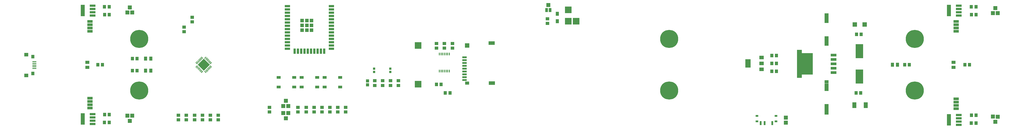
<source format=gtp>
G04 Layer_Color=8421504*
%FSLAX24Y24*%
%MOIN*%
G70*
G01*
G75*
%ADD10R,0.0591X0.0591*%
%ADD11R,0.0591X0.0472*%
%ADD12C,0.2756*%
%ADD13P,0.1810X4X90.0*%
G04:AMPARAMS|DCode=14|XSize=9.8mil|YSize=35.4mil|CornerRadius=0mil|HoleSize=0mil|Usage=FLASHONLY|Rotation=45.000|XOffset=0mil|YOffset=0mil|HoleType=Round|Shape=Rectangle|*
%AMROTATEDRECTD14*
4,1,4,0.0090,-0.0160,-0.0160,0.0090,-0.0090,0.0160,0.0160,-0.0090,0.0090,-0.0160,0.0*
%
%ADD14ROTATEDRECTD14*%

G04:AMPARAMS|DCode=15|XSize=9.8mil|YSize=35.4mil|CornerRadius=0mil|HoleSize=0mil|Usage=FLASHONLY|Rotation=135.000|XOffset=0mil|YOffset=0mil|HoleType=Round|Shape=Rectangle|*
%AMROTATEDRECTD15*
4,1,4,0.0160,0.0090,-0.0090,-0.0160,-0.0160,-0.0090,0.0090,0.0160,0.0160,0.0090,0.0*
%
%ADD15ROTATEDRECTD15*%

%ADD16R,0.0571X0.0453*%
%ADD17R,0.0591X0.0551*%
%ADD18R,0.0472X0.0551*%
%ADD19R,0.0630X0.0157*%
%ADD20R,0.0709X0.0315*%
%ADD21R,0.0669X0.0709*%
%ADD22R,0.0591X0.0472*%
%ADD23R,0.0945X0.0551*%
%ADD24R,0.0157X0.0394*%
%ADD25R,0.0453X0.0571*%
%ADD26R,0.0591X0.0394*%
%ADD27R,0.0630X0.0630*%
%ADD28R,0.0591X0.0591*%
%ADD29R,0.0787X0.0394*%
%ADD30R,0.0866X0.0354*%
%ADD31R,0.0591X0.1772*%
%ADD32R,0.0492X0.0472*%
%ADD33R,0.0354X0.0354*%
%ADD34R,0.0512X0.0591*%
%ADD35R,0.0591X0.0512*%
%ADD36R,0.0591X0.0591*%
%ADD37R,0.0276X0.0591*%
%ADD38R,0.0394X0.0315*%
%ADD39R,0.0591X0.1181*%
%ADD40R,0.0709X0.0709*%
%ADD41R,0.1181X0.2165*%
%ADD42R,0.0630X0.0906*%
%ADD43R,0.0787X0.1299*%
%ADD44R,0.0689X0.0551*%
%ADD45R,0.0689X0.0551*%
%ADD46R,0.0787X0.0354*%
%ADD47R,0.0354X0.0787*%
%ADD48R,0.0524X0.0524*%
%ADD49R,0.0984X0.0984*%
%ADD50R,0.0480X0.0591*%
%ADD51R,0.0394X0.0591*%
%ADD52R,0.0752X0.4252*%
%ADD53R,0.2283X0.3280*%
%ADD54R,0.0850X0.0421*%
D10*
X122400Y13050D02*
D03*
Y17400D02*
D03*
D11*
Y7250D02*
D03*
Y2500D02*
D03*
D12*
X98425Y13780D02*
D03*
X17717D02*
D03*
X98425Y5906D02*
D03*
X135827Y13780D02*
D03*
Y5906D02*
D03*
X17717D02*
D03*
D13*
X27559Y9843D02*
D03*
D14*
X27949Y8896D02*
D03*
X28088Y9035D02*
D03*
X28227Y9174D02*
D03*
X28366Y9314D02*
D03*
X28506Y9453D02*
D03*
X28645Y9592D02*
D03*
X27810Y8757D02*
D03*
X26473Y10093D02*
D03*
X27309Y10928D02*
D03*
X27169Y10789D02*
D03*
X27030Y10650D02*
D03*
X26891Y10511D02*
D03*
X26752Y10371D02*
D03*
X26613Y10232D02*
D03*
D15*
X28645Y10093D02*
D03*
X27810Y10928D02*
D03*
X27949Y10789D02*
D03*
X28088Y10650D02*
D03*
X28227Y10511D02*
D03*
X28366Y10371D02*
D03*
X28506Y10232D02*
D03*
X27309Y8757D02*
D03*
X26473Y9592D02*
D03*
X26613Y9453D02*
D03*
X26752Y9314D02*
D03*
X26891Y9174D02*
D03*
X27030Y9035D02*
D03*
X27169Y8896D02*
D03*
D16*
X25800Y17100D02*
D03*
Y16391D02*
D03*
X24550Y15600D02*
D03*
Y14891D02*
D03*
X24900Y2159D02*
D03*
Y1450D02*
D03*
X23700D02*
D03*
Y2159D02*
D03*
X29750Y1450D02*
D03*
Y2159D02*
D03*
X28550D02*
D03*
Y1450D02*
D03*
X26150Y2150D02*
D03*
Y1441D02*
D03*
X27350Y2159D02*
D03*
Y1450D02*
D03*
X63000Y13104D02*
D03*
Y12396D02*
D03*
X64189D02*
D03*
Y13104D02*
D03*
X65439Y12396D02*
D03*
Y13104D02*
D03*
X53600Y7409D02*
D03*
Y6700D02*
D03*
X54800Y7409D02*
D03*
Y6700D02*
D03*
X56000D02*
D03*
Y7409D02*
D03*
X57200Y6700D02*
D03*
Y7409D02*
D03*
X45550Y2641D02*
D03*
Y3350D02*
D03*
X41900Y2641D02*
D03*
Y3350D02*
D03*
X37550Y3359D02*
D03*
Y2650D02*
D03*
X49150Y2641D02*
D03*
Y3350D02*
D03*
X47950D02*
D03*
Y2641D02*
D03*
X44350D02*
D03*
Y3350D02*
D03*
X43150D02*
D03*
Y2641D02*
D03*
X46750Y3350D02*
D03*
Y2641D02*
D03*
X79900Y16150D02*
D03*
Y16859D02*
D03*
D17*
X541Y8206D02*
D03*
Y11394D02*
D03*
D18*
X1529Y8520D02*
D03*
Y11080D02*
D03*
D19*
X1765Y9288D02*
D03*
Y9544D02*
D03*
Y10312D02*
D03*
Y10056D02*
D03*
Y9800D02*
D03*
D20*
X67269Y7521D02*
D03*
Y9687D02*
D03*
Y10120D02*
D03*
Y10986D02*
D03*
Y10553D02*
D03*
Y8820D02*
D03*
Y9254D02*
D03*
Y8387D02*
D03*
Y7954D02*
D03*
D21*
X67663Y12797D02*
D03*
D22*
Y7049D02*
D03*
D23*
X71403Y13151D02*
D03*
X71443Y7049D02*
D03*
D24*
X63432Y8901D02*
D03*
X63688D02*
D03*
X63944D02*
D03*
X64456D02*
D03*
X64712D02*
D03*
X64968D02*
D03*
X63432Y11499D02*
D03*
X63688D02*
D03*
X63944D02*
D03*
X64968D02*
D03*
X64712D02*
D03*
X64456D02*
D03*
X64200Y8901D02*
D03*
Y11499D02*
D03*
D25*
X62996Y6861D02*
D03*
X63704D02*
D03*
X64346Y5561D02*
D03*
X65054D02*
D03*
X13150Y18700D02*
D03*
X12441D02*
D03*
X12450Y17500D02*
D03*
X13159D02*
D03*
X145150Y18700D02*
D03*
X144441D02*
D03*
X144450Y17500D02*
D03*
X145159D02*
D03*
X13150Y1050D02*
D03*
X12441D02*
D03*
X12450Y2250D02*
D03*
X13159D02*
D03*
X145150Y950D02*
D03*
X144441D02*
D03*
X144450Y2150D02*
D03*
X145159D02*
D03*
X17400Y8950D02*
D03*
X16691D02*
D03*
X17400Y10800D02*
D03*
X16691D02*
D03*
X11417Y9843D02*
D03*
X12126D02*
D03*
X143450D02*
D03*
X144159D02*
D03*
X134291D02*
D03*
X135000D02*
D03*
X126900Y5550D02*
D03*
X127609D02*
D03*
X126950Y14500D02*
D03*
X127659D02*
D03*
X114780Y10050D02*
D03*
X114071D02*
D03*
X114780Y8850D02*
D03*
X114071D02*
D03*
X114780Y11250D02*
D03*
X114071D02*
D03*
D26*
X41331Y7938D02*
D03*
Y6462D02*
D03*
X38969Y7938D02*
D03*
Y6462D02*
D03*
X44831Y7938D02*
D03*
Y6462D02*
D03*
X42469Y7938D02*
D03*
Y6462D02*
D03*
X48331Y7938D02*
D03*
Y6462D02*
D03*
X45969Y7938D02*
D03*
Y6462D02*
D03*
D27*
X16300Y18600D02*
D03*
Y1300D02*
D03*
D28*
X15926Y17813D02*
D03*
X16674Y17805D02*
D03*
X148100Y18500D02*
D03*
X147726Y17713D02*
D03*
X148474Y17705D02*
D03*
X16674Y2087D02*
D03*
X15926Y2095D02*
D03*
X148100Y1150D02*
D03*
X148474Y1937D02*
D03*
X147726Y1945D02*
D03*
X80033Y18950D02*
D03*
D29*
X10236Y15950D02*
D03*
Y15450D02*
D03*
Y14950D02*
D03*
Y16450D02*
D03*
X142126Y15950D02*
D03*
Y15450D02*
D03*
Y14950D02*
D03*
Y16450D02*
D03*
X10236Y4250D02*
D03*
Y3750D02*
D03*
Y3250D02*
D03*
Y4750D02*
D03*
X142126Y4150D02*
D03*
Y3650D02*
D03*
Y3150D02*
D03*
Y4650D02*
D03*
D30*
X10630Y17360D02*
D03*
Y17860D02*
D03*
Y18360D02*
D03*
Y18860D02*
D03*
X142520Y17360D02*
D03*
Y17860D02*
D03*
Y18360D02*
D03*
Y18860D02*
D03*
X10630Y825D02*
D03*
Y1325D02*
D03*
Y1825D02*
D03*
Y2325D02*
D03*
X142520Y700D02*
D03*
Y1200D02*
D03*
Y1700D02*
D03*
Y2200D02*
D03*
D31*
X9134Y18110D02*
D03*
X141024D02*
D03*
X9134Y1575D02*
D03*
X141024Y1450D02*
D03*
D32*
X52500Y6800D02*
D03*
Y7391D02*
D03*
D33*
X55980Y9250D02*
D03*
Y8750D02*
D03*
X53500Y9250D02*
D03*
Y8750D02*
D03*
D34*
X19494Y8950D02*
D03*
X18706D02*
D03*
Y10800D02*
D03*
X19494D02*
D03*
X132427Y9843D02*
D03*
X133215D02*
D03*
D35*
X9843Y9449D02*
D03*
Y10236D02*
D03*
X141732Y9449D02*
D03*
Y10236D02*
D03*
D36*
X116200Y1800D02*
D03*
Y1013D02*
D03*
X40050Y1700D02*
D03*
X40424Y2487D02*
D03*
X39676D02*
D03*
X40050Y4350D02*
D03*
X39676Y3563D02*
D03*
X40424D02*
D03*
D37*
X114136Y961D02*
D03*
X112955D02*
D03*
X112364D02*
D03*
D38*
X114687Y2063D02*
D03*
Y1237D02*
D03*
X111813Y2063D02*
D03*
Y1237D02*
D03*
D39*
X122400Y3275D02*
D03*
Y6425D02*
D03*
X122400Y13625D02*
D03*
Y16775D02*
D03*
D40*
X126700Y16000D02*
D03*
X128208D02*
D03*
D41*
X127400Y11929D02*
D03*
Y8071D02*
D03*
D42*
X126618Y3700D02*
D03*
X128350D02*
D03*
D43*
X110433Y10050D02*
D03*
D44*
X112500Y9144D02*
D03*
D45*
Y10050D02*
D03*
Y10956D02*
D03*
D46*
X46990Y18303D02*
D03*
Y17803D02*
D03*
X40297Y12303D02*
D03*
X46990Y16803D02*
D03*
Y17303D02*
D03*
Y16303D02*
D03*
Y12803D02*
D03*
Y13303D02*
D03*
Y13803D02*
D03*
Y14303D02*
D03*
Y14803D02*
D03*
Y15303D02*
D03*
Y15803D02*
D03*
Y18803D02*
D03*
X40297D02*
D03*
Y18303D02*
D03*
X46990Y12303D02*
D03*
X40297Y17303D02*
D03*
Y16803D02*
D03*
Y17803D02*
D03*
Y12803D02*
D03*
Y13303D02*
D03*
Y13803D02*
D03*
Y14303D02*
D03*
Y14803D02*
D03*
Y15303D02*
D03*
Y15803D02*
D03*
Y16303D02*
D03*
D47*
X44413Y11909D02*
D03*
X44913D02*
D03*
X45913D02*
D03*
X45413D02*
D03*
X43413D02*
D03*
X42913D02*
D03*
X43913D02*
D03*
X42413D02*
D03*
X41913D02*
D03*
X41413D02*
D03*
D48*
X43972Y15850D02*
D03*
Y15128D02*
D03*
X43250D02*
D03*
X43972Y16572D02*
D03*
X42528Y15128D02*
D03*
X43250Y16572D02*
D03*
X42528D02*
D03*
Y15850D02*
D03*
X43250D02*
D03*
D49*
X84278Y16500D02*
D03*
X83050Y18213D02*
D03*
Y16500D02*
D03*
X60197Y6890D02*
D03*
Y12795D02*
D03*
D50*
X81400Y17606D02*
D03*
Y16500D02*
D03*
D51*
X80289Y18174D02*
D03*
X79777D02*
D03*
D52*
X118280Y9989D02*
D03*
D53*
X119152D02*
D03*
D54*
X123481Y11327D02*
D03*
Y10658D02*
D03*
Y9989D02*
D03*
Y8650D02*
D03*
Y9319D02*
D03*
M02*

</source>
